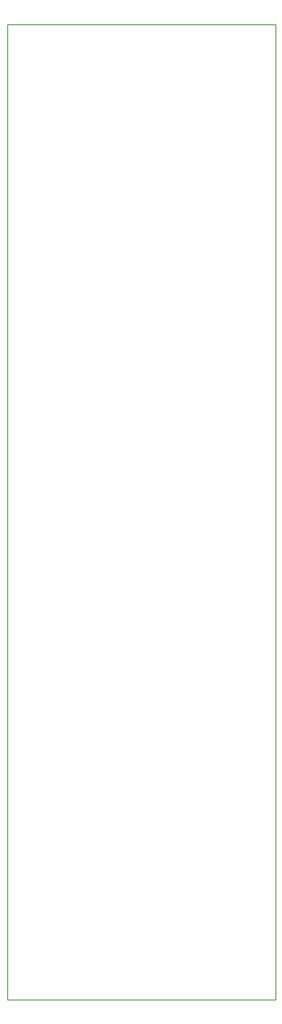
<source format=gbr>
G04 #@! TF.GenerationSoftware,KiCad,Pcbnew,(5.1.10)-1*
G04 #@! TF.CreationDate,2021-08-28T07:27:22+02:00*
G04 #@! TF.ProjectId,Haraldswerk NGF-E LFO Main,48617261-6c64-4737-9765-726b204e4746,rev?*
G04 #@! TF.SameCoordinates,Original*
G04 #@! TF.FileFunction,Profile,NP*
%FSLAX46Y46*%
G04 Gerber Fmt 4.6, Leading zero omitted, Abs format (unit mm)*
G04 Created by KiCad (PCBNEW (5.1.10)-1) date 2021-08-28 07:27:22*
%MOMM*%
%LPD*%
G01*
G04 APERTURE LIST*
G04 #@! TA.AperFunction,Profile*
%ADD10C,0.050000*%
G04 #@! TD*
G04 APERTURE END LIST*
D10*
X27940000Y-101600000D02*
X27940000Y0D01*
X0Y-101600000D02*
X27940000Y-101600000D01*
X0Y0D02*
X0Y-101600000D01*
X0Y0D02*
X27940000Y0D01*
M02*

</source>
